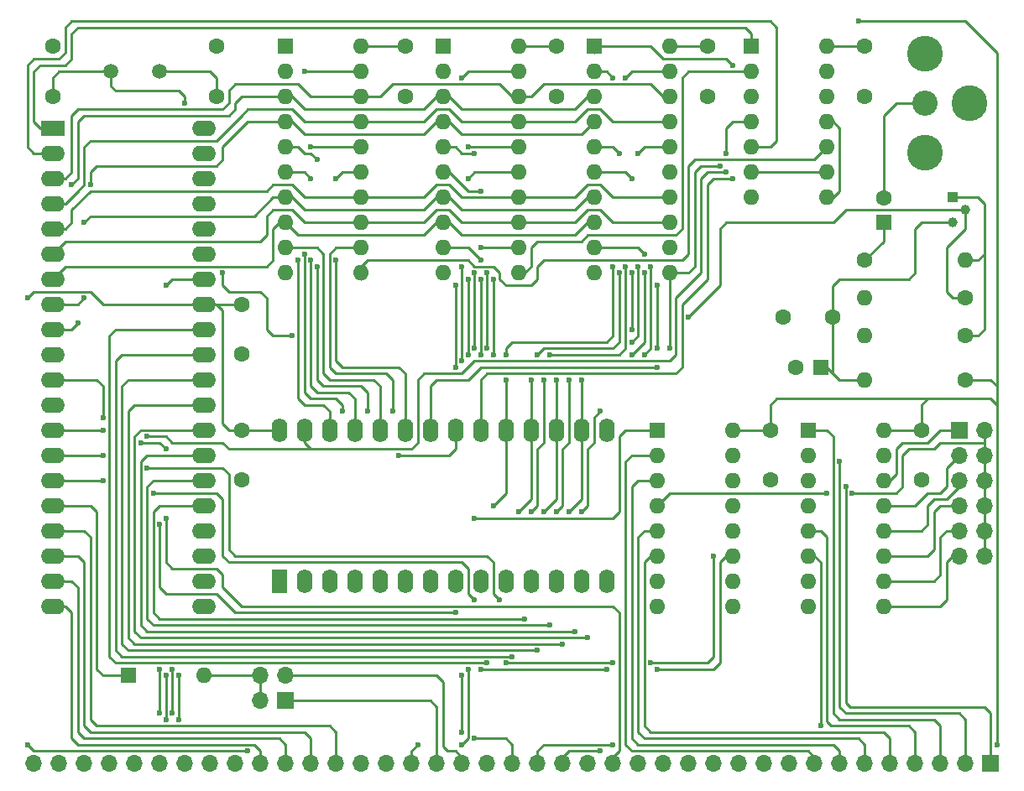
<source format=gtl>
G04 #@! TF.FileFunction,Copper,L1,Top,Signal*
%FSLAX46Y46*%
G04 Gerber Fmt 4.6, Leading zero omitted, Abs format (unit mm)*
G04 Created by KiCad (PCBNEW 4.0.7) date 01/29/20 23:24:51*
%MOMM*%
%LPD*%
G01*
G04 APERTURE LIST*
%ADD10C,0.100000*%
%ADD11R,1.600000X1.600000*%
%ADD12C,1.600000*%
%ADD13R,1.700000X1.700000*%
%ADD14O,1.700000X1.700000*%
%ADD15O,1.600000X1.600000*%
%ADD16C,1.500000*%
%ADD17C,2.550000*%
%ADD18C,3.616000*%
%ADD19C,1.000000*%
%ADD20R,1.000000X1.000000*%
%ADD21R,2.400000X1.600000*%
%ADD22O,2.400000X1.600000*%
%ADD23R,1.600000X2.400000*%
%ADD24O,1.600000X2.400000*%
%ADD25C,0.600000*%
%ADD26C,0.250000*%
G04 APERTURE END LIST*
D10*
D11*
X175895000Y-107315000D03*
D12*
X173395000Y-107315000D03*
D13*
X193040000Y-147320000D03*
D14*
X190500000Y-147320000D03*
X187960000Y-147320000D03*
X185420000Y-147320000D03*
X182880000Y-147320000D03*
X180340000Y-147320000D03*
X177800000Y-147320000D03*
X175260000Y-147320000D03*
X172720000Y-147320000D03*
X170180000Y-147320000D03*
X167640000Y-147320000D03*
X165100000Y-147320000D03*
X162560000Y-147320000D03*
X160020000Y-147320000D03*
X157480000Y-147320000D03*
X154940000Y-147320000D03*
X152400000Y-147320000D03*
X149860000Y-147320000D03*
X147320000Y-147320000D03*
X144780000Y-147320000D03*
X142240000Y-147320000D03*
X139700000Y-147320000D03*
X137160000Y-147320000D03*
X134620000Y-147320000D03*
X132080000Y-147320000D03*
X129540000Y-147320000D03*
X127000000Y-147320000D03*
X124460000Y-147320000D03*
X121920000Y-147320000D03*
X119380000Y-147320000D03*
X116840000Y-147320000D03*
X114300000Y-147320000D03*
X111760000Y-147320000D03*
X109220000Y-147320000D03*
X106680000Y-147320000D03*
X104140000Y-147320000D03*
X101600000Y-147320000D03*
X99060000Y-147320000D03*
X96520000Y-147320000D03*
D11*
X174625000Y-113665000D03*
D15*
X182245000Y-131445000D03*
X174625000Y-116205000D03*
X182245000Y-128905000D03*
X174625000Y-118745000D03*
X182245000Y-126365000D03*
X174625000Y-121285000D03*
X182245000Y-123825000D03*
X174625000Y-123825000D03*
X182245000Y-121285000D03*
X174625000Y-126365000D03*
X182245000Y-118745000D03*
X174625000Y-128905000D03*
X182245000Y-116205000D03*
X174625000Y-131445000D03*
X182245000Y-113665000D03*
D11*
X159385000Y-113665000D03*
D15*
X167005000Y-131445000D03*
X159385000Y-116205000D03*
X167005000Y-128905000D03*
X159385000Y-118745000D03*
X167005000Y-126365000D03*
X159385000Y-121285000D03*
X167005000Y-123825000D03*
X159385000Y-123825000D03*
X167005000Y-121285000D03*
X159385000Y-126365000D03*
X167005000Y-118745000D03*
X159385000Y-128905000D03*
X167005000Y-116205000D03*
X159385000Y-131445000D03*
X167005000Y-113665000D03*
D13*
X189865000Y-113665000D03*
D14*
X192405000Y-113665000D03*
X189865000Y-116205000D03*
X192405000Y-116205000D03*
X189865000Y-118745000D03*
X192405000Y-118745000D03*
X189865000Y-121285000D03*
X192405000Y-121285000D03*
X189865000Y-123825000D03*
X192405000Y-123825000D03*
X189865000Y-126365000D03*
X192405000Y-126365000D03*
D12*
X117475000Y-100965000D03*
X117475000Y-105965000D03*
X186055000Y-113665000D03*
X186055000Y-118665000D03*
X117475000Y-113665000D03*
X117475000Y-118665000D03*
X170815000Y-113665000D03*
X170815000Y-118665000D03*
X190500000Y-100330000D03*
D15*
X180340000Y-100330000D03*
D12*
X190500000Y-104140000D03*
D15*
X180340000Y-104140000D03*
D12*
X180340000Y-96520000D03*
D15*
X190500000Y-96520000D03*
D16*
X109220000Y-77470000D03*
X104340000Y-77470000D03*
D12*
X149225000Y-74930000D03*
X149225000Y-79930000D03*
X133985000Y-74930000D03*
X133985000Y-79930000D03*
X164465000Y-74930000D03*
X164465000Y-79930000D03*
X98425000Y-74930000D03*
X98425000Y-79930000D03*
X114935000Y-74930000D03*
X114935000Y-79930000D03*
X172085000Y-102235000D03*
X177085000Y-102235000D03*
D11*
X182245000Y-92710000D03*
D12*
X182245000Y-90210000D03*
D11*
X106045000Y-138430000D03*
D15*
X113665000Y-138430000D03*
D13*
X121920000Y-140970000D03*
D14*
X119380000Y-140970000D03*
X121920000Y-138430000D03*
X119380000Y-138430000D03*
D17*
X186455000Y-80645000D03*
D18*
X186455000Y-85645000D03*
X186455000Y-75645000D03*
X190955000Y-80645000D03*
D19*
X190500000Y-91440000D03*
X189230000Y-92710000D03*
D20*
X189230000Y-90170000D03*
D21*
X98425000Y-83185000D03*
D22*
X113665000Y-131445000D03*
X98425000Y-85725000D03*
X113665000Y-128905000D03*
X98425000Y-88265000D03*
X113665000Y-126365000D03*
X98425000Y-90805000D03*
X113665000Y-123825000D03*
X98425000Y-93345000D03*
X113665000Y-121285000D03*
X98425000Y-95885000D03*
X113665000Y-118745000D03*
X98425000Y-98425000D03*
X113665000Y-116205000D03*
X98425000Y-100965000D03*
X113665000Y-113665000D03*
X98425000Y-103505000D03*
X113665000Y-111125000D03*
X98425000Y-106045000D03*
X113665000Y-108585000D03*
X98425000Y-108585000D03*
X113665000Y-106045000D03*
X98425000Y-111125000D03*
X113665000Y-103505000D03*
X98425000Y-113665000D03*
X113665000Y-100965000D03*
X98425000Y-116205000D03*
X113665000Y-98425000D03*
X98425000Y-118745000D03*
X113665000Y-95885000D03*
X98425000Y-121285000D03*
X113665000Y-93345000D03*
X98425000Y-123825000D03*
X113665000Y-90805000D03*
X98425000Y-126365000D03*
X113665000Y-88265000D03*
X98425000Y-128905000D03*
X113665000Y-85725000D03*
X98425000Y-131445000D03*
X113665000Y-83185000D03*
D23*
X121285000Y-128905000D03*
D24*
X154305000Y-113665000D03*
X123825000Y-128905000D03*
X151765000Y-113665000D03*
X126365000Y-128905000D03*
X149225000Y-113665000D03*
X128905000Y-128905000D03*
X146685000Y-113665000D03*
X131445000Y-128905000D03*
X144145000Y-113665000D03*
X133985000Y-128905000D03*
X141605000Y-113665000D03*
X136525000Y-128905000D03*
X139065000Y-113665000D03*
X139065000Y-128905000D03*
X136525000Y-113665000D03*
X141605000Y-128905000D03*
X133985000Y-113665000D03*
X144145000Y-128905000D03*
X131445000Y-113665000D03*
X146685000Y-128905000D03*
X128905000Y-113665000D03*
X149225000Y-128905000D03*
X126365000Y-113665000D03*
X151765000Y-128905000D03*
X123825000Y-113665000D03*
X154305000Y-128905000D03*
X121285000Y-113665000D03*
D11*
X168910000Y-74930000D03*
D15*
X176530000Y-90170000D03*
X168910000Y-77470000D03*
X176530000Y-87630000D03*
X168910000Y-80010000D03*
X176530000Y-85090000D03*
X168910000Y-82550000D03*
X176530000Y-82550000D03*
X168910000Y-85090000D03*
X176530000Y-80010000D03*
X168910000Y-87630000D03*
X176530000Y-77470000D03*
X168910000Y-90170000D03*
X176530000Y-74930000D03*
D11*
X137795000Y-74930000D03*
D15*
X145415000Y-97790000D03*
X137795000Y-77470000D03*
X145415000Y-95250000D03*
X137795000Y-80010000D03*
X145415000Y-92710000D03*
X137795000Y-82550000D03*
X145415000Y-90170000D03*
X137795000Y-85090000D03*
X145415000Y-87630000D03*
X137795000Y-87630000D03*
X145415000Y-85090000D03*
X137795000Y-90170000D03*
X145415000Y-82550000D03*
X137795000Y-92710000D03*
X145415000Y-80010000D03*
X137795000Y-95250000D03*
X145415000Y-77470000D03*
X137795000Y-97790000D03*
X145415000Y-74930000D03*
D11*
X121920000Y-74930000D03*
D15*
X129540000Y-97790000D03*
X121920000Y-77470000D03*
X129540000Y-95250000D03*
X121920000Y-80010000D03*
X129540000Y-92710000D03*
X121920000Y-82550000D03*
X129540000Y-90170000D03*
X121920000Y-85090000D03*
X129540000Y-87630000D03*
X121920000Y-87630000D03*
X129540000Y-85090000D03*
X121920000Y-90170000D03*
X129540000Y-82550000D03*
X121920000Y-92710000D03*
X129540000Y-80010000D03*
X121920000Y-95250000D03*
X129540000Y-77470000D03*
X121920000Y-97790000D03*
X129540000Y-74930000D03*
D11*
X153035000Y-74930000D03*
D15*
X160655000Y-97790000D03*
X153035000Y-77470000D03*
X160655000Y-95250000D03*
X153035000Y-80010000D03*
X160655000Y-92710000D03*
X153035000Y-82550000D03*
X160655000Y-90170000D03*
X153035000Y-85090000D03*
X160655000Y-87630000D03*
X153035000Y-87630000D03*
X160655000Y-85090000D03*
X153035000Y-90170000D03*
X160655000Y-82550000D03*
X153035000Y-92710000D03*
X160655000Y-80010000D03*
X153035000Y-95250000D03*
X160655000Y-77470000D03*
X153035000Y-97790000D03*
X160655000Y-74930000D03*
D12*
X180340000Y-74930000D03*
X180340000Y-79930000D03*
X190500000Y-108585000D03*
D15*
X180340000Y-108585000D03*
D25*
X179705000Y-72390000D03*
X95885000Y-100330000D03*
X95885000Y-145415000D03*
X193675000Y-145415000D03*
X153670000Y-146050000D03*
X118110000Y-146050000D03*
X178435000Y-119380000D03*
X177800000Y-116840000D03*
X107315000Y-114935000D03*
X109855000Y-115570000D03*
X109855000Y-122555000D03*
X103505000Y-113665000D03*
X175895000Y-143510000D03*
X154940000Y-145415000D03*
X139700000Y-145415000D03*
X135255000Y-145415000D03*
X140335000Y-137795000D03*
X140970000Y-122555000D03*
X111125000Y-138430000D03*
X111125000Y-142875000D03*
X110490000Y-137795000D03*
X110490000Y-142240000D03*
X109855000Y-138430000D03*
X109855000Y-142875000D03*
X109220000Y-142240000D03*
X109220000Y-137795000D03*
X179070000Y-120015000D03*
X176530000Y-120015000D03*
X139700000Y-138430000D03*
X139065000Y-132080000D03*
X109855000Y-99060000D03*
X139700000Y-144145000D03*
X140970000Y-144780000D03*
X109220000Y-123190000D03*
X162560000Y-102235000D03*
X115570000Y-97790000D03*
X122555000Y-104140000D03*
X167005000Y-88265000D03*
X156210000Y-97155000D03*
X148590000Y-106045000D03*
X147955000Y-108585000D03*
X146050000Y-132715000D03*
X146685000Y-121920000D03*
X156210000Y-78105000D03*
X156845000Y-104775000D03*
X157480000Y-97155000D03*
X150495000Y-108585000D03*
X149225000Y-121920000D03*
X148590000Y-133350000D03*
X157480000Y-85725000D03*
X158115000Y-106045000D03*
X158750000Y-97155000D03*
X151130000Y-133985000D03*
X151765000Y-121920000D03*
X153670000Y-111760000D03*
X159385000Y-105410000D03*
X159385000Y-99060000D03*
X152400000Y-134620000D03*
X156845000Y-106045000D03*
X158115000Y-97790000D03*
X151765000Y-108585000D03*
X150495000Y-121920000D03*
X149860000Y-135255000D03*
X158115000Y-95885000D03*
X156845000Y-103505000D03*
X156845000Y-97790000D03*
X149225000Y-108585000D03*
X147320000Y-135890000D03*
X147955000Y-121920000D03*
X156845000Y-88265000D03*
X166370000Y-87630000D03*
X103505000Y-112395000D03*
X107950000Y-114300000D03*
X167005000Y-76835000D03*
X147320000Y-106045000D03*
X155575000Y-97790000D03*
X146685000Y-108585000D03*
X144780000Y-136525000D03*
X145415000Y-121920000D03*
X155575000Y-85725000D03*
X154940000Y-97155000D03*
X144145000Y-106045000D03*
X144145000Y-108585000D03*
X142240000Y-137160000D03*
X142875000Y-121285000D03*
X154940000Y-78105000D03*
X165100000Y-126365000D03*
X154940000Y-137160000D03*
X107950000Y-117475000D03*
X103505000Y-116205000D03*
X144145000Y-137160000D03*
X143510000Y-130810000D03*
X158750000Y-137160000D03*
X154305000Y-137795000D03*
X159385000Y-137795000D03*
X141605000Y-137795000D03*
X140970000Y-130810000D03*
X108585000Y-120015000D03*
X103505000Y-118745000D03*
X160655000Y-105410000D03*
X159385000Y-107315000D03*
X166370000Y-85725000D03*
X165735000Y-86995000D03*
X111760000Y-80645000D03*
X101600000Y-100330000D03*
X101600000Y-92710000D03*
X102235000Y-88900000D03*
X100965000Y-102870000D03*
X100330000Y-88900000D03*
X127635000Y-111760000D03*
X123825000Y-95885000D03*
X124460000Y-85090000D03*
X130175000Y-111760000D03*
X125095000Y-97155000D03*
X125095000Y-86360000D03*
X139065000Y-107315000D03*
X139065000Y-99060000D03*
X139700000Y-78105000D03*
X139700000Y-97155000D03*
X139700000Y-106680000D03*
X140335000Y-85090000D03*
X140335000Y-106045000D03*
X140335000Y-98425000D03*
X140335000Y-88265000D03*
X140970000Y-97790000D03*
X140970000Y-105410000D03*
X141605000Y-95250000D03*
X132715000Y-111760000D03*
X133350000Y-116205000D03*
X141605000Y-98425000D03*
X141605000Y-106045000D03*
X141605000Y-96520000D03*
X142240000Y-97790000D03*
X142240000Y-105410000D03*
X141605000Y-89535000D03*
X127000000Y-96520000D03*
X127000000Y-88265000D03*
X142875000Y-98425000D03*
X142875000Y-106045000D03*
X140970000Y-85725000D03*
X124460000Y-96520000D03*
X124460000Y-88265000D03*
X123190000Y-96520000D03*
X123825000Y-77470000D03*
D26*
X190500000Y-108585000D02*
X193040000Y-108585000D01*
X193040000Y-108585000D02*
X193675000Y-109220000D01*
X193675000Y-111125000D02*
X193675000Y-109220000D01*
X193675000Y-109220000D02*
X193675000Y-108585000D01*
X193675000Y-108585000D02*
X193675000Y-107950000D01*
X193675000Y-107950000D02*
X193675000Y-75565000D01*
X190500000Y-72390000D02*
X179705000Y-72390000D01*
X193675000Y-75565000D02*
X190500000Y-72390000D01*
X186055000Y-113665000D02*
X186055000Y-111125000D01*
X186055000Y-111125000D02*
X186690000Y-110490000D01*
X193675000Y-145415000D02*
X193675000Y-111125000D01*
X193675000Y-111125000D02*
X193040000Y-110490000D01*
X193040000Y-110490000D02*
X186690000Y-110490000D01*
X149860000Y-146685000D02*
X150495000Y-146050000D01*
X150495000Y-146050000D02*
X153670000Y-146050000D01*
X170815000Y-111125000D02*
X170815000Y-113665000D01*
X186690000Y-110490000D02*
X171450000Y-110490000D01*
X171450000Y-110490000D02*
X170815000Y-111125000D01*
X149860000Y-147320000D02*
X149860000Y-146685000D01*
X182245000Y-113665000D02*
X186055000Y-113665000D01*
X167005000Y-113665000D02*
X170815000Y-113665000D01*
X117475000Y-113665000D02*
X116205000Y-113665000D01*
X115570000Y-101600000D02*
X114935000Y-100965000D01*
X115570000Y-113030000D02*
X115570000Y-101600000D01*
X116205000Y-113665000D02*
X115570000Y-113030000D01*
X176530000Y-74930000D02*
X180340000Y-74930000D01*
X160655000Y-74930000D02*
X164465000Y-74930000D01*
X145415000Y-74930000D02*
X149225000Y-74930000D01*
X129540000Y-74930000D02*
X133985000Y-74930000D01*
X113665000Y-100965000D02*
X103505000Y-100965000D01*
X118110000Y-146050000D02*
X97155000Y-146050000D01*
X97155000Y-146050000D02*
X96520000Y-146050000D01*
X96520000Y-146050000D02*
X95885000Y-145415000D01*
X96520000Y-99695000D02*
X95885000Y-100330000D01*
X102235000Y-99695000D02*
X96520000Y-99695000D01*
X103505000Y-100965000D02*
X102235000Y-99695000D01*
X113665000Y-100965000D02*
X114935000Y-100965000D01*
X114935000Y-100965000D02*
X117475000Y-100965000D01*
X117475000Y-113665000D02*
X121285000Y-113665000D01*
X193040000Y-147320000D02*
X193040000Y-142240000D01*
X178435000Y-119380000D02*
X178435000Y-122555000D01*
X178435000Y-141154998D02*
X178435000Y-122555000D01*
X178885002Y-141605000D02*
X178435000Y-141154998D01*
X192405000Y-141605000D02*
X178885002Y-141605000D01*
X193040000Y-142240000D02*
X192405000Y-141605000D01*
X177800000Y-125095000D02*
X177800000Y-141605000D01*
X177800000Y-116840000D02*
X177800000Y-125095000D01*
X190500000Y-142875000D02*
X190500000Y-147320000D01*
X189865000Y-142240000D02*
X190500000Y-142875000D01*
X178435000Y-142240000D02*
X189865000Y-142240000D01*
X177800000Y-141605000D02*
X178435000Y-142240000D01*
X177165000Y-128270000D02*
X177165000Y-142240000D01*
X176530000Y-113665000D02*
X177165000Y-114300000D01*
X177165000Y-114300000D02*
X177165000Y-128270000D01*
X174625000Y-113665000D02*
X176530000Y-113665000D01*
X187960000Y-143510000D02*
X187960000Y-147320000D01*
X187325000Y-142875000D02*
X187960000Y-143510000D01*
X177800000Y-142875000D02*
X187325000Y-142875000D01*
X177165000Y-142240000D02*
X177800000Y-142875000D01*
X176530000Y-141605000D02*
X176530000Y-132715000D01*
X174625000Y-123825000D02*
X175895000Y-123825000D01*
X176530000Y-124460000D02*
X176530000Y-126365000D01*
X175895000Y-123825000D02*
X176530000Y-124460000D01*
X176530000Y-132715000D02*
X176530000Y-126365000D01*
X185420000Y-144145000D02*
X184785000Y-143510000D01*
X184785000Y-143510000D02*
X176980002Y-143510000D01*
X176980002Y-143510000D02*
X176530000Y-143059998D01*
X176530000Y-143059998D02*
X176530000Y-141605000D01*
X185420000Y-144145000D02*
X185420000Y-147320000D01*
X175260000Y-123825000D02*
X174625000Y-123825000D01*
X160020000Y-144145000D02*
X158750000Y-144145000D01*
X158115000Y-127000000D02*
X158115000Y-129540000D01*
X158750000Y-126365000D02*
X158115000Y-127000000D01*
X182880000Y-144780000D02*
X182245000Y-144145000D01*
X182245000Y-144145000D02*
X160020000Y-144145000D01*
X182880000Y-144780000D02*
X182880000Y-147320000D01*
X158115000Y-143510000D02*
X158115000Y-129540000D01*
X158750000Y-144145000D02*
X158115000Y-143510000D01*
X159385000Y-126365000D02*
X158750000Y-126365000D01*
X157480000Y-128270000D02*
X157480000Y-144145000D01*
X158115000Y-123825000D02*
X157480000Y-124460000D01*
X157480000Y-124460000D02*
X157480000Y-128270000D01*
X159385000Y-123825000D02*
X158115000Y-123825000D01*
X180340000Y-145415000D02*
X179705000Y-144780000D01*
X179705000Y-144780000D02*
X170180000Y-144780000D01*
X180340000Y-145415000D02*
X180340000Y-147320000D01*
X158115000Y-144780000D02*
X170180000Y-144780000D01*
X157480000Y-144145000D02*
X158115000Y-144780000D01*
X177800000Y-147320000D02*
X177800000Y-146050000D01*
X157480000Y-118745000D02*
X159385000Y-118745000D01*
X156845000Y-119380000D02*
X156845000Y-125095000D01*
X157480000Y-118745000D02*
X156845000Y-119380000D01*
X156845000Y-130810000D02*
X156845000Y-125095000D01*
X156845000Y-144780000D02*
X156845000Y-130810000D01*
X157480000Y-145415000D02*
X156845000Y-144780000D01*
X177165000Y-145415000D02*
X157480000Y-145415000D01*
X177800000Y-146050000D02*
X177165000Y-145415000D01*
X109220000Y-114935000D02*
X107315000Y-114935000D01*
X154940000Y-147320000D02*
X154940000Y-146685000D01*
X154940000Y-146685000D02*
X155575000Y-146050000D01*
X154940000Y-131445000D02*
X154305000Y-131445000D01*
X155575000Y-132080000D02*
X154940000Y-131445000D01*
X155575000Y-146050000D02*
X155575000Y-132080000D01*
X109220000Y-114935000D02*
X109855000Y-115570000D01*
X152400000Y-131445000D02*
X117475000Y-131445000D01*
X154305000Y-131445000D02*
X152400000Y-131445000D01*
X109855000Y-127000000D02*
X109855000Y-122555000D01*
X110490000Y-127635000D02*
X109855000Y-127000000D01*
X114935000Y-127635000D02*
X110490000Y-127635000D01*
X115570000Y-128270000D02*
X114935000Y-127635000D01*
X115570000Y-129540000D02*
X115570000Y-128270000D01*
X117475000Y-131445000D02*
X115570000Y-129540000D01*
X103505000Y-113665000D02*
X98425000Y-113665000D01*
X147320000Y-147320000D02*
X147320000Y-146050000D01*
X175895000Y-127000000D02*
X175260000Y-126365000D01*
X175895000Y-143510000D02*
X175895000Y-127000000D01*
X147955000Y-145415000D02*
X154940000Y-145415000D01*
X147320000Y-146050000D02*
X147955000Y-145415000D01*
X175260000Y-126365000D02*
X174625000Y-126365000D01*
X139700000Y-145415000D02*
X140335000Y-144780000D01*
X155575000Y-115570000D02*
X155575000Y-114300000D01*
X156210000Y-113665000D02*
X157480000Y-113665000D01*
X155575000Y-114300000D02*
X156210000Y-113665000D01*
X159385000Y-113665000D02*
X157480000Y-113665000D01*
X134620000Y-146050000D02*
X134620000Y-147320000D01*
X135255000Y-145415000D02*
X134620000Y-146050000D01*
X140335000Y-137795000D02*
X140335000Y-144780000D01*
X154940000Y-122555000D02*
X140970000Y-122555000D01*
X155575000Y-121920000D02*
X154940000Y-122555000D01*
X155575000Y-115570000D02*
X155575000Y-121920000D01*
X107950000Y-143510000D02*
X111760000Y-143510000D01*
X127000000Y-147320000D02*
X127000000Y-145415000D01*
X102235000Y-124460000D02*
X102235000Y-142875000D01*
X102235000Y-142875000D02*
X102870000Y-143510000D01*
X102870000Y-143510000D02*
X107950000Y-143510000D01*
X101600000Y-123825000D02*
X98425000Y-123825000D01*
X101600000Y-123825000D02*
X102235000Y-124460000D01*
X126365000Y-143510000D02*
X111760000Y-143510000D01*
X126365000Y-143510000D02*
X127000000Y-144145000D01*
X127000000Y-145415000D02*
X127000000Y-144145000D01*
X112395000Y-144145000D02*
X108585000Y-144145000D01*
X108585000Y-144145000D02*
X102235000Y-144145000D01*
X102235000Y-144145000D02*
X101600000Y-143510000D01*
X101600000Y-143510000D02*
X101600000Y-127000000D01*
X101600000Y-127000000D02*
X100965000Y-126365000D01*
X98425000Y-126365000D02*
X100965000Y-126365000D01*
X124460000Y-145415000D02*
X124460000Y-147320000D01*
X123825000Y-144145000D02*
X112395000Y-144145000D01*
X123825000Y-144145000D02*
X124460000Y-144780000D01*
X124460000Y-145415000D02*
X124460000Y-144780000D01*
X107950000Y-144780000D02*
X117475000Y-144780000D01*
X121285000Y-144780000D02*
X117475000Y-144780000D01*
X98425000Y-128905000D02*
X100330000Y-128905000D01*
X101600000Y-144780000D02*
X107950000Y-144780000D01*
X100965000Y-144145000D02*
X101600000Y-144780000D01*
X100965000Y-129540000D02*
X100965000Y-144145000D01*
X100330000Y-128905000D02*
X100965000Y-129540000D01*
X121920000Y-145415000D02*
X121920000Y-147320000D01*
X121920000Y-145415000D02*
X121285000Y-144780000D01*
X108585000Y-145415000D02*
X118745000Y-145415000D01*
X119380000Y-146050000D02*
X118745000Y-145415000D01*
X108585000Y-145415000D02*
X101600000Y-145415000D01*
X119380000Y-147320000D02*
X119380000Y-146050000D01*
X99695000Y-131445000D02*
X100330000Y-132080000D01*
X100330000Y-132080000D02*
X100330000Y-144780000D01*
X100330000Y-144780000D02*
X100965000Y-145415000D01*
X100965000Y-145415000D02*
X101600000Y-145415000D01*
X99695000Y-131445000D02*
X98425000Y-131445000D01*
X111125000Y-138430000D02*
X111125000Y-142875000D01*
X110490000Y-137795000D02*
X110490000Y-142240000D01*
X109855000Y-138430000D02*
X109855000Y-142875000D01*
X109220000Y-142240000D02*
X109220000Y-137795000D01*
X192405000Y-116205000D02*
X192405000Y-114935000D01*
X192405000Y-118745000D02*
X192405000Y-116205000D01*
X192405000Y-121285000D02*
X192405000Y-118745000D01*
X192405000Y-123825000D02*
X192405000Y-121285000D01*
X192405000Y-126365000D02*
X192405000Y-123825000D01*
X191135000Y-114935000D02*
X192405000Y-114935000D01*
X159385000Y-121285000D02*
X160655000Y-120015000D01*
X187960000Y-114935000D02*
X191135000Y-114935000D01*
X187325000Y-115570000D02*
X187960000Y-114935000D01*
X184785000Y-115570000D02*
X187325000Y-115570000D01*
X184150000Y-116205000D02*
X184785000Y-115570000D01*
X184150000Y-119380000D02*
X184150000Y-116205000D01*
X183515000Y-120015000D02*
X184150000Y-119380000D01*
X179070000Y-120015000D02*
X183515000Y-120015000D01*
X160655000Y-120015000D02*
X176530000Y-120015000D01*
X192405000Y-114935000D02*
X192405000Y-113665000D01*
X138430000Y-132080000D02*
X139065000Y-132080000D01*
X109855000Y-99060000D02*
X110490000Y-98425000D01*
X144780000Y-145415000D02*
X144145000Y-144780000D01*
X139700000Y-144145000D02*
X139700000Y-138430000D01*
X144145000Y-144780000D02*
X140970000Y-144780000D01*
X112395000Y-130175000D02*
X109855000Y-130175000D01*
X138430000Y-132080000D02*
X116840000Y-132080000D01*
X116840000Y-132080000D02*
X114935000Y-130175000D01*
X114935000Y-130175000D02*
X112395000Y-130175000D01*
X109855000Y-130175000D02*
X109220000Y-129540000D01*
X109220000Y-129540000D02*
X109220000Y-123190000D01*
X110490000Y-98425000D02*
X113665000Y-98425000D01*
X144780000Y-147320000D02*
X144780000Y-145415000D01*
X121920000Y-138430000D02*
X137160000Y-138430000D01*
X137795000Y-139065000D02*
X137795000Y-140970000D01*
X137160000Y-138430000D02*
X137795000Y-139065000D01*
X139065000Y-146050000D02*
X138245002Y-146050000D01*
X137795000Y-145599998D02*
X137795000Y-140970000D01*
X138245002Y-146050000D02*
X137795000Y-145599998D01*
X139700000Y-146685000D02*
X139065000Y-146050000D01*
X139700000Y-147320000D02*
X139700000Y-146685000D01*
X121920000Y-140970000D02*
X136525000Y-140970000D01*
X136525000Y-140970000D02*
X137160000Y-141605000D01*
X137160000Y-141605000D02*
X137160000Y-147320000D01*
X188595000Y-92710000D02*
X186055000Y-92710000D01*
X185420000Y-97790000D02*
X184785000Y-98425000D01*
X185420000Y-93345000D02*
X185420000Y-97790000D01*
X186055000Y-92710000D02*
X185420000Y-93345000D01*
X177085000Y-102235000D02*
X177085000Y-99140000D01*
X177085000Y-99140000D02*
X177800000Y-98425000D01*
X177800000Y-98425000D02*
X184785000Y-98425000D01*
X188595000Y-92710000D02*
X189230000Y-92710000D01*
X177085000Y-107870000D02*
X176530000Y-107315000D01*
X176530000Y-107315000D02*
X175895000Y-107315000D01*
X177085000Y-107315000D02*
X177085000Y-107870000D01*
X177085000Y-102235000D02*
X177085000Y-107870000D01*
X177800000Y-108585000D02*
X180340000Y-108585000D01*
X177085000Y-107870000D02*
X177800000Y-108585000D01*
X182245000Y-92710000D02*
X182245000Y-94615000D01*
X182245000Y-94615000D02*
X180340000Y-96520000D01*
X186455000Y-80645000D02*
X183515000Y-80645000D01*
X182245000Y-81915000D02*
X182245000Y-85090000D01*
X183515000Y-80645000D02*
X182245000Y-81915000D01*
X182245000Y-90210000D02*
X182245000Y-85090000D01*
X106045000Y-138430000D02*
X103505000Y-138430000D01*
X102235000Y-121285000D02*
X98425000Y-121285000D01*
X102870000Y-121920000D02*
X102235000Y-121285000D01*
X102870000Y-137795000D02*
X102870000Y-121920000D01*
X103505000Y-138430000D02*
X102870000Y-137795000D01*
X119380000Y-138430000D02*
X113665000Y-138430000D01*
X119380000Y-140970000D02*
X119380000Y-138430000D01*
X156210000Y-129540000D02*
X156210000Y-145415000D01*
X156845000Y-116205000D02*
X156210000Y-116840000D01*
X156210000Y-116840000D02*
X156210000Y-129540000D01*
X159385000Y-116205000D02*
X156845000Y-116205000D01*
X174625000Y-146050000D02*
X175260000Y-146685000D01*
X156845000Y-146050000D02*
X174625000Y-146050000D01*
X156210000Y-145415000D02*
X156845000Y-146050000D01*
X175260000Y-146685000D02*
X175260000Y-147320000D01*
X189865000Y-93980000D02*
X188595000Y-95250000D01*
X188595000Y-95885000D02*
X188595000Y-95250000D01*
X188595000Y-95885000D02*
X188595000Y-99695000D01*
X188595000Y-99695000D02*
X189230000Y-100330000D01*
X189230000Y-100330000D02*
X190500000Y-100330000D01*
X189865000Y-93980000D02*
X190500000Y-93345000D01*
X190500000Y-91440000D02*
X190500000Y-93345000D01*
X190500000Y-91440000D02*
X178435000Y-91440000D01*
X115570000Y-97790000D02*
X115570000Y-99060000D01*
X115570000Y-99060000D02*
X116205000Y-99695000D01*
X116205000Y-99695000D02*
X118745000Y-99695000D01*
X120015000Y-100330000D02*
X120015000Y-103505000D01*
X119380000Y-99695000D02*
X120015000Y-100330000D01*
X118745000Y-99695000D02*
X119380000Y-99695000D01*
X122555000Y-104140000D02*
X120650000Y-104140000D01*
X120650000Y-104140000D02*
X120015000Y-103505000D01*
X165735000Y-99060000D02*
X162560000Y-102235000D01*
X165735000Y-93345000D02*
X165735000Y-99060000D01*
X166370000Y-92710000D02*
X165735000Y-93345000D01*
X177165000Y-92710000D02*
X166370000Y-92710000D01*
X178435000Y-91440000D02*
X177165000Y-92710000D01*
X190500000Y-104140000D02*
X191770000Y-104140000D01*
X192405000Y-103505000D02*
X192405000Y-95885000D01*
X191770000Y-104140000D02*
X192405000Y-103505000D01*
X189230000Y-90170000D02*
X191770000Y-90170000D01*
X191770000Y-96520000D02*
X190500000Y-96520000D01*
X192405000Y-95885000D02*
X191770000Y-96520000D01*
X192405000Y-90805000D02*
X192405000Y-95885000D01*
X191770000Y-90170000D02*
X192405000Y-90805000D01*
X98425000Y-83185000D02*
X97155000Y-83185000D01*
X100330000Y-73660000D02*
X100965000Y-73025000D01*
X100330000Y-76200000D02*
X100330000Y-73660000D01*
X99695000Y-76835000D02*
X100330000Y-76200000D01*
X97155000Y-76835000D02*
X99695000Y-76835000D01*
X96520000Y-77470000D02*
X97155000Y-76835000D01*
X96520000Y-82550000D02*
X96520000Y-77470000D01*
X97155000Y-83185000D02*
X96520000Y-82550000D01*
X168910000Y-73660000D02*
X168275000Y-73025000D01*
X168275000Y-73025000D02*
X100965000Y-73025000D01*
X168910000Y-74930000D02*
X168910000Y-73660000D01*
X163195000Y-99695000D02*
X161925000Y-100965000D01*
X160020000Y-107950000D02*
X161290000Y-107950000D01*
X161925000Y-107315000D02*
X161925000Y-106680000D01*
X161290000Y-107950000D02*
X161925000Y-107315000D01*
X164465000Y-98425000D02*
X163195000Y-99695000D01*
X161925000Y-100965000D02*
X161925000Y-106680000D01*
X141605000Y-108585000D02*
X141605000Y-113665000D01*
X142240000Y-107950000D02*
X160020000Y-107950000D01*
X141605000Y-108585000D02*
X142240000Y-107950000D01*
X167005000Y-88265000D02*
X165100000Y-88265000D01*
X165100000Y-88265000D02*
X164465000Y-88900000D01*
X164465000Y-88900000D02*
X164465000Y-98425000D01*
X170815000Y-85090000D02*
X170180000Y-85090000D01*
X171450000Y-80010000D02*
X171450000Y-84455000D01*
X171450000Y-84455000D02*
X170815000Y-85090000D01*
X95885000Y-76835000D02*
X96520000Y-76200000D01*
X99695000Y-73025000D02*
X100330000Y-72390000D01*
X99695000Y-75565000D02*
X99695000Y-73025000D01*
X99060000Y-76200000D02*
X99695000Y-75565000D01*
X96520000Y-76200000D02*
X99060000Y-76200000D01*
X170815000Y-72390000D02*
X169545000Y-72390000D01*
X171450000Y-73025000D02*
X170815000Y-72390000D01*
X171450000Y-80010000D02*
X171450000Y-73025000D01*
X100330000Y-72390000D02*
X169545000Y-72390000D01*
X96520000Y-85725000D02*
X98425000Y-85725000D01*
X95885000Y-85090000D02*
X96520000Y-85725000D01*
X95885000Y-76835000D02*
X95885000Y-85090000D01*
X170180000Y-85090000D02*
X168910000Y-85090000D01*
X148590000Y-106045000D02*
X155575000Y-106045000D01*
X156210000Y-105410000D02*
X155575000Y-106045000D01*
X156210000Y-105410000D02*
X156210000Y-97155000D01*
X147955000Y-108585000D02*
X147955000Y-110490000D01*
X147320000Y-115570000D02*
X147320000Y-121285000D01*
X147320000Y-121285000D02*
X146685000Y-121920000D01*
X108585000Y-132080000D02*
X109220000Y-132715000D01*
X109220000Y-132715000D02*
X146050000Y-132715000D01*
X108585000Y-125730000D02*
X108585000Y-132080000D01*
X109220000Y-121285000D02*
X108585000Y-121920000D01*
X108585000Y-121920000D02*
X108585000Y-125730000D01*
X113665000Y-121285000D02*
X109220000Y-121285000D01*
X156210000Y-78105000D02*
X156845000Y-77470000D01*
X156845000Y-77470000D02*
X160655000Y-77470000D01*
X147320000Y-115570000D02*
X147955000Y-114935000D01*
X147955000Y-114935000D02*
X147955000Y-112395000D01*
X147955000Y-110490000D02*
X147955000Y-112395000D01*
X156845000Y-104775000D02*
X157480000Y-104140000D01*
X157480000Y-97155000D02*
X157480000Y-104140000D01*
X150495000Y-111760000D02*
X150495000Y-108585000D01*
X149860000Y-115570000D02*
X149860000Y-121285000D01*
X149860000Y-121285000D02*
X149225000Y-121920000D01*
X150495000Y-111760000D02*
X150495000Y-112395000D01*
X150495000Y-114935000D02*
X150495000Y-112395000D01*
X149860000Y-115570000D02*
X150495000Y-114935000D01*
X107950000Y-125730000D02*
X107950000Y-132715000D01*
X108585000Y-118745000D02*
X113665000Y-118745000D01*
X107950000Y-119380000D02*
X107950000Y-125730000D01*
X108585000Y-118745000D02*
X107950000Y-119380000D01*
X108585000Y-133350000D02*
X148590000Y-133350000D01*
X107950000Y-132715000D02*
X108585000Y-133350000D01*
X158115000Y-85090000D02*
X160655000Y-85090000D01*
X157480000Y-85725000D02*
X158115000Y-85090000D01*
X158115000Y-106045000D02*
X158750000Y-105410000D01*
X158750000Y-105410000D02*
X158750000Y-97155000D01*
X152400000Y-115570000D02*
X152400000Y-121285000D01*
X152400000Y-121285000D02*
X151765000Y-121920000D01*
X107315000Y-123825000D02*
X107315000Y-133350000D01*
X107950000Y-116205000D02*
X113665000Y-116205000D01*
X107315000Y-116840000D02*
X107315000Y-123825000D01*
X107950000Y-116205000D02*
X107315000Y-116840000D01*
X107950000Y-133985000D02*
X151130000Y-133985000D01*
X107315000Y-133350000D02*
X107950000Y-133985000D01*
X152400000Y-115570000D02*
X153035000Y-114935000D01*
X153035000Y-114935000D02*
X153035000Y-112395000D01*
X153035000Y-112395000D02*
X153670000Y-111760000D01*
X159385000Y-105410000D02*
X159385000Y-104775000D01*
X159385000Y-104775000D02*
X159385000Y-99060000D01*
X151765000Y-134620000D02*
X152400000Y-134620000D01*
X106680000Y-133985000D02*
X107315000Y-134620000D01*
X107315000Y-134620000D02*
X151765000Y-134620000D01*
X107315000Y-113665000D02*
X106680000Y-114300000D01*
X106680000Y-114300000D02*
X106680000Y-120650000D01*
X107315000Y-113665000D02*
X113665000Y-113665000D01*
X106680000Y-120650000D02*
X106680000Y-133985000D01*
X156845000Y-106045000D02*
X158115000Y-104775000D01*
X158115000Y-97790000D02*
X158115000Y-104775000D01*
X151765000Y-108585000D02*
X151765000Y-112395000D01*
X151765000Y-114935000D02*
X151765000Y-120650000D01*
X151765000Y-120650000D02*
X151130000Y-121285000D01*
X151130000Y-121285000D02*
X150495000Y-121920000D01*
X106045000Y-134620000D02*
X106680000Y-135255000D01*
X106680000Y-135255000D02*
X149860000Y-135255000D01*
X106680000Y-111125000D02*
X106045000Y-111760000D01*
X106045000Y-111760000D02*
X106045000Y-119380000D01*
X106680000Y-111125000D02*
X113665000Y-111125000D01*
X106045000Y-119380000D02*
X106045000Y-134620000D01*
X151765000Y-113665000D02*
X151765000Y-114935000D01*
X151765000Y-113665000D02*
X151765000Y-112395000D01*
X157480000Y-95250000D02*
X153035000Y-95250000D01*
X158115000Y-95885000D02*
X157480000Y-95250000D01*
X156845000Y-103505000D02*
X156845000Y-97790000D01*
X149225000Y-111125000D02*
X149225000Y-108585000D01*
X149225000Y-114935000D02*
X149225000Y-120650000D01*
X149225000Y-120650000D02*
X148590000Y-121285000D01*
X148590000Y-121285000D02*
X147955000Y-121920000D01*
X147320000Y-135890000D02*
X106045000Y-135890000D01*
X106045000Y-135890000D02*
X105410000Y-135255000D01*
X105410000Y-135255000D02*
X105410000Y-114935000D01*
X106045000Y-108585000D02*
X105410000Y-109220000D01*
X105410000Y-109220000D02*
X105410000Y-114935000D01*
X106045000Y-108585000D02*
X113665000Y-108585000D01*
X149225000Y-113665000D02*
X149225000Y-114935000D01*
X149225000Y-111125000D02*
X149225000Y-112395000D01*
X156210000Y-87630000D02*
X153035000Y-87630000D01*
X156845000Y-88265000D02*
X156210000Y-87630000D01*
X149225000Y-112395000D02*
X149225000Y-113665000D01*
X135255000Y-112395000D02*
X135255000Y-108585000D01*
X135890000Y-107950000D02*
X139700000Y-107950000D01*
X135255000Y-108585000D02*
X135890000Y-107950000D01*
X162560000Y-99060000D02*
X161290000Y-100330000D01*
X160655000Y-106680000D02*
X161290000Y-106045000D01*
X132080000Y-115570000D02*
X124460000Y-115570000D01*
X135255000Y-114935000D02*
X134620000Y-115570000D01*
X135255000Y-112395000D02*
X135255000Y-114935000D01*
X140970000Y-106680000D02*
X160655000Y-106680000D01*
X132080000Y-115570000D02*
X134620000Y-115570000D01*
X139700000Y-107950000D02*
X140970000Y-106680000D01*
X161290000Y-106045000D02*
X161290000Y-100330000D01*
X162560000Y-99060000D02*
X163830000Y-97790000D01*
X163830000Y-88265000D02*
X164465000Y-87630000D01*
X164465000Y-87630000D02*
X166370000Y-87630000D01*
X163830000Y-97790000D02*
X163830000Y-88265000D01*
X123825000Y-113665000D02*
X123825000Y-114935000D01*
X123825000Y-114935000D02*
X124460000Y-115570000D01*
X124460000Y-115570000D02*
X123190000Y-115570000D01*
X123190000Y-115570000D02*
X116205000Y-115570000D01*
X116205000Y-115570000D02*
X115570000Y-114935000D01*
X115570000Y-114935000D02*
X110490000Y-114935000D01*
X110490000Y-114935000D02*
X109855000Y-114300000D01*
X102870000Y-108585000D02*
X98425000Y-108585000D01*
X103505000Y-109220000D02*
X102870000Y-108585000D01*
X103505000Y-112395000D02*
X103505000Y-109220000D01*
X109855000Y-114300000D02*
X107950000Y-114300000D01*
X166370000Y-76200000D02*
X167005000Y-76835000D01*
X153035000Y-74930000D02*
X158750000Y-74930000D01*
X158750000Y-74930000D02*
X160020000Y-76200000D01*
X160020000Y-76200000D02*
X166370000Y-76200000D01*
X153035000Y-74930000D02*
X153035000Y-75565000D01*
X147320000Y-106045000D02*
X147955000Y-105410000D01*
X155575000Y-97790000D02*
X155575000Y-104775000D01*
X154940000Y-105410000D02*
X155575000Y-104775000D01*
X147955000Y-105410000D02*
X154940000Y-105410000D01*
X146685000Y-109855000D02*
X146685000Y-108585000D01*
X146685000Y-114935000D02*
X146685000Y-120650000D01*
X146685000Y-120650000D02*
X146050000Y-121285000D01*
X146050000Y-121285000D02*
X145415000Y-121920000D01*
X104775000Y-135890000D02*
X105410000Y-136525000D01*
X105410000Y-136525000D02*
X144780000Y-136525000D01*
X105410000Y-106045000D02*
X104775000Y-106680000D01*
X105410000Y-106045000D02*
X113665000Y-106045000D01*
X104775000Y-106680000D02*
X104775000Y-113480002D01*
X104775000Y-113480002D02*
X104775000Y-135890000D01*
X146685000Y-113665000D02*
X146685000Y-114935000D01*
X146685000Y-109855000D02*
X146685000Y-112395000D01*
X146685000Y-113665000D02*
X146685000Y-112395000D01*
X154940000Y-85090000D02*
X153035000Y-85090000D01*
X155575000Y-85725000D02*
X154940000Y-85090000D01*
X144145000Y-106045000D02*
X144145000Y-105410000D01*
X144780000Y-104775000D02*
X144145000Y-105410000D01*
X154305000Y-104775000D02*
X144780000Y-104775000D01*
X154940000Y-104140000D02*
X154305000Y-104775000D01*
X154940000Y-104140000D02*
X154940000Y-97155000D01*
X144145000Y-108585000D02*
X144145000Y-109220000D01*
X144145000Y-118110000D02*
X144145000Y-120015000D01*
X144145000Y-120015000D02*
X142875000Y-121285000D01*
X144145000Y-114935000D02*
X144145000Y-118110000D01*
X104140000Y-136525000D02*
X104775000Y-137160000D01*
X104775000Y-137160000D02*
X142240000Y-137160000D01*
X104775000Y-103505000D02*
X104140000Y-104140000D01*
X104140000Y-104140000D02*
X104140000Y-111760000D01*
X113665000Y-103505000D02*
X104775000Y-103505000D01*
X104140000Y-111760000D02*
X104140000Y-136525000D01*
X144145000Y-114935000D02*
X144145000Y-113665000D01*
X144145000Y-109220000D02*
X144145000Y-113665000D01*
X154305000Y-77470000D02*
X153035000Y-77470000D01*
X154940000Y-78105000D02*
X154305000Y-77470000D01*
X158750000Y-137160000D02*
X164465000Y-137160000D01*
X121920000Y-126365000D02*
X142240000Y-126365000D01*
X116205000Y-125730000D02*
X116840000Y-126365000D01*
X116840000Y-126365000D02*
X121920000Y-126365000D01*
X109220000Y-117475000D02*
X107950000Y-117475000D01*
X98425000Y-116205000D02*
X103505000Y-116205000D01*
X116205000Y-118110000D02*
X116205000Y-120650000D01*
X115570000Y-117475000D02*
X116205000Y-118110000D01*
X109220000Y-117475000D02*
X115570000Y-117475000D01*
X116205000Y-120650000D02*
X116205000Y-125730000D01*
X144145000Y-137160000D02*
X147320000Y-137160000D01*
X142875000Y-130175000D02*
X143510000Y-130810000D01*
X142875000Y-127000000D02*
X142875000Y-130175000D01*
X142240000Y-126365000D02*
X142875000Y-127000000D01*
X147320000Y-137160000D02*
X154940000Y-137160000D01*
X165100000Y-136525000D02*
X165100000Y-126365000D01*
X164465000Y-137160000D02*
X165100000Y-136525000D01*
X159385000Y-137795000D02*
X165100000Y-137795000D01*
X139700000Y-127000000D02*
X140335000Y-127635000D01*
X141605000Y-137795000D02*
X150495000Y-137795000D01*
X140335000Y-130175000D02*
X140970000Y-130810000D01*
X140335000Y-127635000D02*
X140335000Y-130175000D01*
X121285000Y-127000000D02*
X139700000Y-127000000D01*
X115570000Y-126365000D02*
X116205000Y-127000000D01*
X116205000Y-127000000D02*
X121285000Y-127000000D01*
X98425000Y-118745000D02*
X103505000Y-118745000D01*
X114935000Y-120015000D02*
X115570000Y-120650000D01*
X108585000Y-120015000D02*
X114935000Y-120015000D01*
X115570000Y-120650000D02*
X115570000Y-126365000D01*
X150495000Y-137795000D02*
X154305000Y-137795000D01*
X165735000Y-127000000D02*
X166370000Y-126365000D01*
X165735000Y-137160000D02*
X165735000Y-127000000D01*
X165100000Y-137795000D02*
X165735000Y-137160000D01*
X166370000Y-126365000D02*
X167005000Y-126365000D01*
X140335000Y-108585000D02*
X137160000Y-108585000D01*
X136525000Y-109220000D02*
X136525000Y-112395000D01*
X137160000Y-108585000D02*
X136525000Y-109220000D01*
X160655000Y-97790000D02*
X160655000Y-105410000D01*
X136525000Y-112395000D02*
X136525000Y-113665000D01*
X141605000Y-107315000D02*
X159385000Y-107315000D01*
X141605000Y-107315000D02*
X140335000Y-108585000D01*
X167640000Y-82550000D02*
X167005000Y-82550000D01*
X163830000Y-86995000D02*
X165735000Y-86995000D01*
X163195000Y-87630000D02*
X163830000Y-86995000D01*
X163195000Y-97155000D02*
X163195000Y-87630000D01*
X160655000Y-97790000D02*
X162560000Y-97790000D01*
X162560000Y-97790000D02*
X163195000Y-97155000D01*
X168910000Y-82550000D02*
X167640000Y-82550000D01*
X167005000Y-82550000D02*
X166370000Y-83185000D01*
X166370000Y-83185000D02*
X166370000Y-85725000D01*
X168275000Y-82550000D02*
X168910000Y-82550000D01*
X176530000Y-90170000D02*
X177165000Y-90170000D01*
X177165000Y-90170000D02*
X177800000Y-89535000D01*
X177800000Y-89535000D02*
X177800000Y-83185000D01*
X177800000Y-83185000D02*
X177165000Y-82550000D01*
X177165000Y-82550000D02*
X176530000Y-82550000D01*
X167005000Y-77470000D02*
X162560000Y-77470000D01*
X161925000Y-93345000D02*
X161290000Y-93980000D01*
X161925000Y-78105000D02*
X161925000Y-93345000D01*
X162560000Y-77470000D02*
X161925000Y-78105000D01*
X146685000Y-96520000D02*
X146685000Y-95250000D01*
X146685000Y-97155000D02*
X146685000Y-96520000D01*
X146050000Y-97790000D02*
X146685000Y-97155000D01*
X146685000Y-95250000D02*
X147320000Y-94615000D01*
X147320000Y-94615000D02*
X151765000Y-94615000D01*
X151765000Y-94615000D02*
X152400000Y-93980000D01*
X152400000Y-93980000D02*
X161290000Y-93980000D01*
X145415000Y-97790000D02*
X146050000Y-97790000D01*
X167005000Y-77470000D02*
X168910000Y-77470000D01*
X168910000Y-87630000D02*
X176530000Y-87630000D01*
X142875000Y-97155000D02*
X143510000Y-97790000D01*
X144145000Y-99060000D02*
X144780000Y-99060000D01*
X143510000Y-98425000D02*
X144145000Y-99060000D01*
X143510000Y-97790000D02*
X143510000Y-98425000D01*
X142240000Y-97155000D02*
X142875000Y-97155000D01*
X129540000Y-97790000D02*
X129540000Y-97155000D01*
X129540000Y-97155000D02*
X130175000Y-96520000D01*
X140970000Y-97155000D02*
X142240000Y-97155000D01*
X140335000Y-96520000D02*
X140970000Y-97155000D01*
X130175000Y-96520000D02*
X140335000Y-96520000D01*
X167640000Y-86360000D02*
X163195000Y-86360000D01*
X162560000Y-95885000D02*
X161925000Y-96520000D01*
X162560000Y-86995000D02*
X162560000Y-95885000D01*
X163195000Y-86360000D02*
X162560000Y-86995000D01*
X168910000Y-86360000D02*
X175260000Y-86360000D01*
X167640000Y-86360000D02*
X168910000Y-86360000D01*
X147955000Y-96520000D02*
X161925000Y-96520000D01*
X144780000Y-99060000D02*
X146685000Y-99060000D01*
X146685000Y-99060000D02*
X147320000Y-98425000D01*
X147320000Y-98425000D02*
X147320000Y-97155000D01*
X147320000Y-97155000D02*
X147955000Y-96520000D01*
X175260000Y-86360000D02*
X176530000Y-85090000D01*
X129540000Y-97790000D02*
X129540000Y-98425000D01*
X111760000Y-80645000D02*
X111760000Y-80010000D01*
X98425000Y-79930000D02*
X98425000Y-78105000D01*
X99060000Y-77470000D02*
X100885000Y-77470000D01*
X98425000Y-78105000D02*
X99060000Y-77470000D01*
X104340000Y-77470000D02*
X104340000Y-78940000D01*
X111760000Y-80010000D02*
X111125000Y-79375000D01*
X111125000Y-79375000D02*
X105410000Y-79375000D01*
X104340000Y-78940000D02*
X104775000Y-79375000D01*
X104775000Y-79375000D02*
X105410000Y-79375000D01*
X104340000Y-77470000D02*
X100885000Y-77470000D01*
X112475000Y-77470000D02*
X114300000Y-77470000D01*
X114935000Y-78105000D02*
X114935000Y-79930000D01*
X114300000Y-77470000D02*
X114935000Y-78105000D01*
X109220000Y-77470000D02*
X112475000Y-77470000D01*
X100965000Y-81280000D02*
X100330000Y-81915000D01*
X99695000Y-88265000D02*
X98425000Y-88265000D01*
X100330000Y-87630000D02*
X99695000Y-88265000D01*
X100330000Y-81915000D02*
X100330000Y-87630000D01*
X129540000Y-80010000D02*
X124460000Y-80010000D01*
X115570000Y-81280000D02*
X100965000Y-81280000D01*
X116205000Y-80645000D02*
X115570000Y-81280000D01*
X116205000Y-79375000D02*
X116205000Y-80645000D01*
X116840000Y-78740000D02*
X116205000Y-79375000D01*
X123190000Y-78740000D02*
X116840000Y-78740000D01*
X124460000Y-80010000D02*
X123190000Y-78740000D01*
X145415000Y-80010000D02*
X146685000Y-80010000D01*
X158750000Y-78740000D02*
X160020000Y-80010000D01*
X147955000Y-78740000D02*
X158750000Y-78740000D01*
X146685000Y-80010000D02*
X147955000Y-78740000D01*
X160020000Y-80010000D02*
X160655000Y-80010000D01*
X129540000Y-80010000D02*
X131445000Y-80010000D01*
X143510000Y-78740000D02*
X144780000Y-80010000D01*
X132715000Y-78740000D02*
X143510000Y-78740000D01*
X131445000Y-80010000D02*
X132715000Y-78740000D01*
X144780000Y-80010000D02*
X145415000Y-80010000D01*
X100965000Y-89535000D02*
X101600000Y-88900000D01*
X101600000Y-88900000D02*
X101600000Y-85090000D01*
X99695000Y-90805000D02*
X98425000Y-90805000D01*
X100965000Y-89535000D02*
X99695000Y-90805000D01*
X117475000Y-81915000D02*
X114935000Y-84455000D01*
X129540000Y-82550000D02*
X123825000Y-82550000D01*
X102235000Y-84455000D02*
X101600000Y-85090000D01*
X114935000Y-84455000D02*
X102235000Y-84455000D01*
X118110000Y-81280000D02*
X117475000Y-81915000D01*
X122555000Y-81280000D02*
X118110000Y-81280000D01*
X123825000Y-82550000D02*
X122555000Y-81280000D01*
X152400000Y-81280000D02*
X153670000Y-81280000D01*
X151130000Y-82550000D02*
X152400000Y-81280000D01*
X145415000Y-82550000D02*
X151130000Y-82550000D01*
X154940000Y-82550000D02*
X160655000Y-82550000D01*
X153670000Y-81280000D02*
X154940000Y-82550000D01*
X138430000Y-81280000D02*
X139700000Y-82550000D01*
X139700000Y-82550000D02*
X140335000Y-82550000D01*
X145415000Y-82550000D02*
X140335000Y-82550000D01*
X129540000Y-82550000D02*
X135890000Y-82550000D01*
X137160000Y-81280000D02*
X138430000Y-81280000D01*
X135890000Y-82550000D02*
X137160000Y-81280000D01*
X114935000Y-89535000D02*
X120015000Y-89535000D01*
X120015000Y-89535000D02*
X120650000Y-88900000D01*
X129540000Y-90170000D02*
X123825000Y-90170000D01*
X123825000Y-90170000D02*
X122555000Y-88900000D01*
X122555000Y-88900000D02*
X120650000Y-88900000D01*
X99695000Y-93345000D02*
X98425000Y-93345000D01*
X100330000Y-92710000D02*
X99695000Y-93345000D01*
X100330000Y-91440000D02*
X100330000Y-92710000D01*
X102235000Y-89535000D02*
X100330000Y-91440000D01*
X114935000Y-89535000D02*
X102235000Y-89535000D01*
X145415000Y-90170000D02*
X151130000Y-90170000D01*
X154940000Y-90170000D02*
X160655000Y-90170000D01*
X153670000Y-88900000D02*
X154940000Y-90170000D01*
X152400000Y-88900000D02*
X153670000Y-88900000D01*
X151130000Y-90170000D02*
X152400000Y-88900000D01*
X129540000Y-90170000D02*
X135890000Y-90170000D01*
X139700000Y-90170000D02*
X145415000Y-90170000D01*
X138430000Y-88900000D02*
X139700000Y-90170000D01*
X137160000Y-88900000D02*
X138430000Y-88900000D01*
X135890000Y-90170000D02*
X137160000Y-88900000D01*
X114935000Y-94615000D02*
X119380000Y-94615000D01*
X120015000Y-92075000D02*
X120650000Y-91440000D01*
X120015000Y-93980000D02*
X120015000Y-92075000D01*
X119380000Y-94615000D02*
X120015000Y-93980000D01*
X102870000Y-94615000D02*
X99695000Y-94615000D01*
X99695000Y-94615000D02*
X98425000Y-95885000D01*
X129540000Y-92710000D02*
X123825000Y-92710000D01*
X123825000Y-92710000D02*
X122555000Y-91440000D01*
X122555000Y-91440000D02*
X120650000Y-91440000D01*
X114935000Y-94615000D02*
X102870000Y-94615000D01*
X145415000Y-92710000D02*
X151130000Y-92710000D01*
X154940000Y-92710000D02*
X160655000Y-92710000D01*
X153670000Y-91440000D02*
X154940000Y-92710000D01*
X152400000Y-91440000D02*
X153670000Y-91440000D01*
X151130000Y-92710000D02*
X152400000Y-91440000D01*
X129540000Y-92710000D02*
X135890000Y-92710000D01*
X139700000Y-92710000D02*
X145415000Y-92710000D01*
X138430000Y-91440000D02*
X139700000Y-92710000D01*
X137160000Y-91440000D02*
X138430000Y-91440000D01*
X135890000Y-92710000D02*
X137160000Y-91440000D01*
X114935000Y-97155000D02*
X120015000Y-97155000D01*
X120650000Y-93345000D02*
X121285000Y-92710000D01*
X120650000Y-96520000D02*
X120650000Y-93345000D01*
X120015000Y-97155000D02*
X120650000Y-96520000D01*
X121285000Y-92710000D02*
X121920000Y-92710000D01*
X99695000Y-97155000D02*
X98425000Y-98425000D01*
X114935000Y-97155000D02*
X99695000Y-97155000D01*
X137795000Y-92710000D02*
X138430000Y-92710000D01*
X138430000Y-92710000D02*
X139700000Y-93980000D01*
X151130000Y-93980000D02*
X152400000Y-92710000D01*
X139700000Y-93980000D02*
X151130000Y-93980000D01*
X152400000Y-92710000D02*
X153035000Y-92710000D01*
X121920000Y-92710000D02*
X123190000Y-93980000D01*
X135890000Y-93980000D02*
X137160000Y-92710000D01*
X123190000Y-93980000D02*
X135890000Y-93980000D01*
X137160000Y-92710000D02*
X137795000Y-92710000D01*
X114935000Y-92075000D02*
X118745000Y-92075000D01*
X118745000Y-92075000D02*
X120650000Y-90170000D01*
X121920000Y-90170000D02*
X122555000Y-90170000D01*
X122555000Y-90170000D02*
X123825000Y-91440000D01*
X121920000Y-90170000D02*
X120650000Y-90170000D01*
X100965000Y-100965000D02*
X98425000Y-100965000D01*
X101600000Y-100330000D02*
X100965000Y-100965000D01*
X102235000Y-92075000D02*
X101600000Y-92710000D01*
X114935000Y-92075000D02*
X102235000Y-92075000D01*
X137795000Y-90170000D02*
X138430000Y-90170000D01*
X138430000Y-90170000D02*
X139700000Y-91440000D01*
X151130000Y-91440000D02*
X152400000Y-90170000D01*
X139700000Y-91440000D02*
X151130000Y-91440000D01*
X152400000Y-90170000D02*
X153035000Y-90170000D01*
X135890000Y-91440000D02*
X137160000Y-90170000D01*
X123825000Y-91440000D02*
X135890000Y-91440000D01*
X137160000Y-90170000D02*
X137795000Y-90170000D01*
X102235000Y-88900000D02*
X102235000Y-87630000D01*
X100330000Y-103505000D02*
X100965000Y-102870000D01*
X121920000Y-82550000D02*
X118110000Y-82550000D01*
X100330000Y-103505000D02*
X98425000Y-103505000D01*
X102870000Y-86995000D02*
X102235000Y-87630000D01*
X114935000Y-86995000D02*
X102870000Y-86995000D01*
X115570000Y-86360000D02*
X114935000Y-86995000D01*
X115570000Y-85090000D02*
X115570000Y-86360000D01*
X118110000Y-82550000D02*
X115570000Y-85090000D01*
X121920000Y-82550000D02*
X122555000Y-82550000D01*
X122555000Y-82550000D02*
X123825000Y-83820000D01*
X137795000Y-82550000D02*
X138430000Y-82550000D01*
X138430000Y-82550000D02*
X139700000Y-83820000D01*
X137795000Y-82550000D02*
X137160000Y-82550000D01*
X137160000Y-82550000D02*
X135890000Y-83820000D01*
X151765000Y-83820000D02*
X153035000Y-82550000D01*
X139700000Y-83820000D02*
X151765000Y-83820000D01*
X135890000Y-83820000D02*
X123825000Y-83820000D01*
X101600000Y-81915000D02*
X100965000Y-82550000D01*
X100965000Y-88265000D02*
X100965000Y-82550000D01*
X100965000Y-88265000D02*
X100330000Y-88900000D01*
X121920000Y-80010000D02*
X117475000Y-80010000D01*
X116205000Y-81915000D02*
X101600000Y-81915000D01*
X116840000Y-81280000D02*
X116205000Y-81915000D01*
X116840000Y-80645000D02*
X116840000Y-81280000D01*
X117475000Y-80010000D02*
X116840000Y-80645000D01*
X121920000Y-80010000D02*
X122555000Y-80010000D01*
X122555000Y-80010000D02*
X123825000Y-81280000D01*
X153035000Y-80010000D02*
X152400000Y-80010000D01*
X152400000Y-80010000D02*
X151130000Y-81280000D01*
X140335000Y-81280000D02*
X139700000Y-81280000D01*
X140335000Y-81280000D02*
X151130000Y-81280000D01*
X139700000Y-81280000D02*
X138430000Y-80010000D01*
X138430000Y-80010000D02*
X137795000Y-80010000D01*
X128905000Y-81280000D02*
X135890000Y-81280000D01*
X123825000Y-81280000D02*
X128905000Y-81280000D01*
X135890000Y-81280000D02*
X137160000Y-80010000D01*
X137160000Y-80010000D02*
X137795000Y-80010000D01*
X123825000Y-95885000D02*
X123825000Y-109855000D01*
X124460000Y-110490000D02*
X123825000Y-109855000D01*
X127000000Y-110490000D02*
X124460000Y-110490000D01*
X127635000Y-111125000D02*
X127000000Y-110490000D01*
X127635000Y-111125000D02*
X127635000Y-111760000D01*
X124460000Y-85090000D02*
X129540000Y-85090000D01*
X125095000Y-97155000D02*
X125095000Y-108585000D01*
X125730000Y-109220000D02*
X125095000Y-108585000D01*
X129540000Y-109220000D02*
X125730000Y-109220000D01*
X130175000Y-109855000D02*
X129540000Y-109220000D01*
X130175000Y-109855000D02*
X130175000Y-111760000D01*
X121920000Y-85090000D02*
X123190000Y-85090000D01*
X123190000Y-85090000D02*
X123825000Y-85725000D01*
X124460000Y-85725000D02*
X123825000Y-85725000D01*
X125095000Y-86360000D02*
X124460000Y-85725000D01*
X122555000Y-85090000D02*
X121920000Y-85090000D01*
X139065000Y-107315000D02*
X139065000Y-99060000D01*
X140335000Y-77470000D02*
X145415000Y-77470000D01*
X139700000Y-78105000D02*
X140335000Y-77470000D01*
X139700000Y-97155000D02*
X139700000Y-106680000D01*
X140335000Y-85090000D02*
X145415000Y-85090000D01*
X140335000Y-106045000D02*
X140335000Y-98425000D01*
X140970000Y-87630000D02*
X145415000Y-87630000D01*
X140335000Y-88265000D02*
X140970000Y-87630000D01*
X140970000Y-97790000D02*
X140970000Y-105410000D01*
X145415000Y-95250000D02*
X141605000Y-95250000D01*
X126365000Y-96520000D02*
X126365000Y-107315000D01*
X127000000Y-107950000D02*
X126365000Y-107315000D01*
X132080000Y-107950000D02*
X127000000Y-107950000D01*
X132715000Y-108585000D02*
X132080000Y-107950000D01*
X132715000Y-108585000D02*
X132715000Y-111760000D01*
X138430000Y-116205000D02*
X139065000Y-115570000D01*
X133350000Y-116205000D02*
X138430000Y-116205000D01*
X139065000Y-113665000D02*
X139065000Y-114935000D01*
X139065000Y-115570000D02*
X139065000Y-114935000D01*
X127000000Y-95250000D02*
X129540000Y-95250000D01*
X126365000Y-95885000D02*
X127000000Y-95250000D01*
X126365000Y-96520000D02*
X126365000Y-95885000D01*
X141605000Y-98425000D02*
X141605000Y-106045000D01*
X140335000Y-95250000D02*
X137795000Y-95250000D01*
X141605000Y-96520000D02*
X140335000Y-95250000D01*
X137795000Y-95250000D02*
X138430000Y-95250000D01*
X142240000Y-97790000D02*
X142240000Y-105410000D01*
X140335000Y-89535000D02*
X138430000Y-87630000D01*
X141605000Y-89535000D02*
X140335000Y-89535000D01*
X138430000Y-87630000D02*
X137795000Y-87630000D01*
X133985000Y-113665000D02*
X133985000Y-107950000D01*
X133350000Y-107315000D02*
X133985000Y-107950000D01*
X127635000Y-107315000D02*
X133350000Y-107315000D01*
X127000000Y-106680000D02*
X127635000Y-107315000D01*
X127000000Y-106680000D02*
X127000000Y-96520000D01*
X127635000Y-87630000D02*
X129540000Y-87630000D01*
X127000000Y-88265000D02*
X127635000Y-87630000D01*
X142875000Y-98425000D02*
X142875000Y-106045000D01*
X137795000Y-85090000D02*
X139065000Y-85090000D01*
X139065000Y-85090000D02*
X139700000Y-85725000D01*
X140970000Y-85725000D02*
X139700000Y-85725000D01*
X125730000Y-95885000D02*
X125730000Y-107950000D01*
X131445000Y-109220000D02*
X131445000Y-113665000D01*
X130810000Y-108585000D02*
X131445000Y-109220000D01*
X126365000Y-108585000D02*
X130810000Y-108585000D01*
X125730000Y-107950000D02*
X126365000Y-108585000D01*
X125095000Y-95250000D02*
X121920000Y-95250000D01*
X125730000Y-95885000D02*
X125095000Y-95250000D01*
X128905000Y-113665000D02*
X128905000Y-110490000D01*
X128270000Y-109855000D02*
X128905000Y-110490000D01*
X125095000Y-109855000D02*
X128270000Y-109855000D01*
X124460000Y-109220000D02*
X125095000Y-109855000D01*
X124460000Y-109220000D02*
X124460000Y-96520000D01*
X123825000Y-87630000D02*
X121920000Y-87630000D01*
X124460000Y-88265000D02*
X123825000Y-87630000D01*
X126365000Y-113665000D02*
X126365000Y-111760000D01*
X125730000Y-111125000D02*
X126365000Y-111760000D01*
X123825000Y-111125000D02*
X125730000Y-111125000D01*
X123190000Y-110490000D02*
X123825000Y-111125000D01*
X123190000Y-110490000D02*
X123190000Y-96520000D01*
X123825000Y-77470000D02*
X129540000Y-77470000D01*
X182245000Y-118745000D02*
X182880000Y-118745000D01*
X182880000Y-118745000D02*
X183515000Y-118110000D01*
X183515000Y-118110000D02*
X183515000Y-115570000D01*
X183515000Y-115570000D02*
X184150000Y-114935000D01*
X184150000Y-114935000D02*
X186690000Y-114935000D01*
X186690000Y-114935000D02*
X187325000Y-114300000D01*
X187325000Y-114300000D02*
X187960000Y-113665000D01*
X187960000Y-113665000D02*
X189865000Y-113665000D01*
X182245000Y-121285000D02*
X185420000Y-121285000D01*
X188595000Y-117475000D02*
X189865000Y-116205000D01*
X188595000Y-119380000D02*
X188595000Y-117475000D01*
X187960000Y-120015000D02*
X188595000Y-119380000D01*
X186690000Y-120015000D02*
X187960000Y-120015000D01*
X185420000Y-121285000D02*
X186690000Y-120015000D01*
X187325000Y-120650000D02*
X188595000Y-120650000D01*
X188595000Y-120650000D02*
X189230000Y-120015000D01*
X184150000Y-123825000D02*
X186055000Y-123825000D01*
X189230000Y-120015000D02*
X189865000Y-119380000D01*
X186690000Y-121285000D02*
X187325000Y-120650000D01*
X186690000Y-123190000D02*
X186690000Y-121285000D01*
X186055000Y-123825000D02*
X186690000Y-123190000D01*
X189865000Y-119380000D02*
X189865000Y-118745000D01*
X184150000Y-123825000D02*
X182245000Y-123825000D01*
X184785000Y-126365000D02*
X186690000Y-126365000D01*
X187325000Y-121920000D02*
X187960000Y-121285000D01*
X187325000Y-125730000D02*
X187325000Y-121920000D01*
X186690000Y-126365000D02*
X187325000Y-125730000D01*
X182245000Y-126365000D02*
X184785000Y-126365000D01*
X187960000Y-121285000D02*
X189865000Y-121285000D01*
X189865000Y-123825000D02*
X188595000Y-123825000D01*
X187325000Y-128905000D02*
X182245000Y-128905000D01*
X187960000Y-128270000D02*
X187325000Y-128905000D01*
X187960000Y-124460000D02*
X187960000Y-128270000D01*
X188595000Y-123825000D02*
X187960000Y-124460000D01*
X189865000Y-126365000D02*
X189230000Y-126365000D01*
X189230000Y-126365000D02*
X188595000Y-127000000D01*
X188595000Y-130810000D02*
X187960000Y-131445000D01*
X188595000Y-127000000D02*
X188595000Y-130810000D01*
X187960000Y-131445000D02*
X182245000Y-131445000D01*
M02*

</source>
